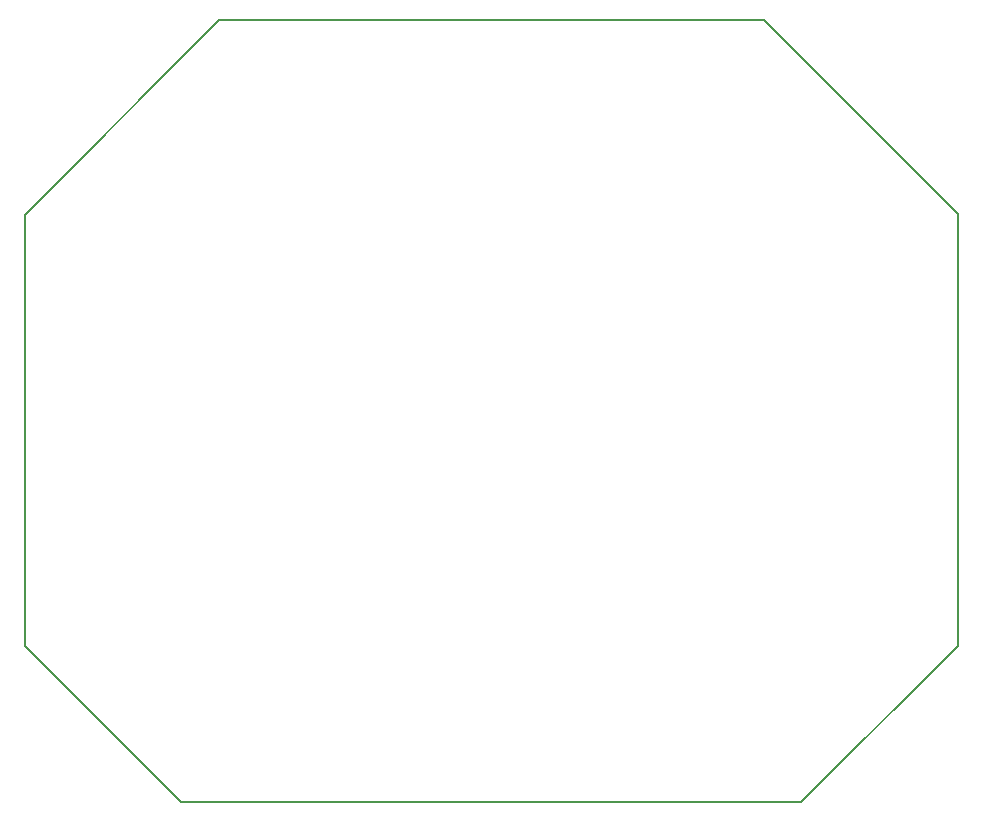
<source format=gko>
G04*
G04 #@! TF.GenerationSoftware,Altium Limited,Altium Designer,19.1.9 (167)*
G04*
G04 Layer_Color=16711935*
%FSLAX44Y44*%
%MOMM*%
G71*
G01*
G75*
%ADD11C,0.2000*%
D11*
X-395000Y-197500D02*
X-262500Y-330000D01*
X262500D01*
X395000Y-197500D01*
X68000Y332000D02*
X173000D01*
X231000D01*
X-395000Y-197500D02*
Y167500D01*
X-230500Y332000D02*
X68000D01*
X-395000Y167500D02*
X-230500Y332000D01*
X231000D02*
X395000Y168000D01*
Y-197500D02*
Y168000D01*
M02*

</source>
